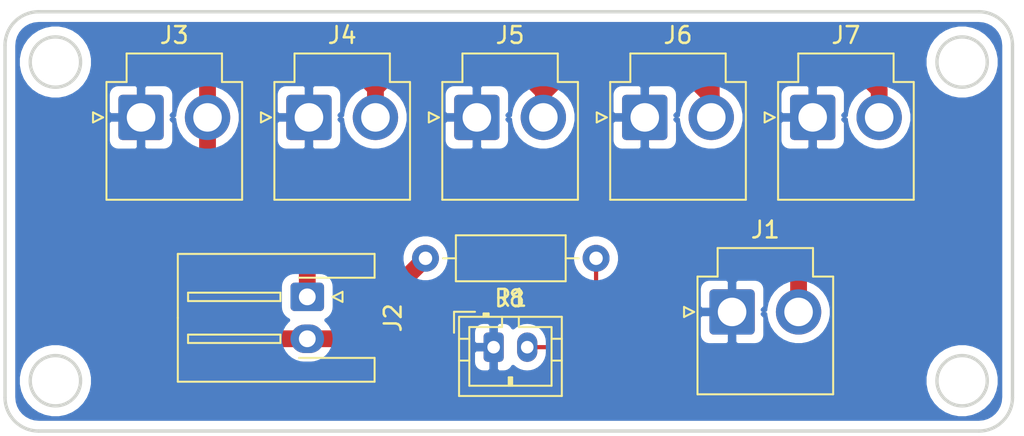
<source format=kicad_pcb>
(kicad_pcb (version 20171130) (host pcbnew "(5.1.9)-1")

  (general
    (thickness 1.6)
    (drawings 12)
    (tracks 32)
    (zones 0)
    (modules 9)
    (nets 5)
  )

  (page A4)
  (layers
    (0 F.Cu signal)
    (31 B.Cu signal)
    (32 B.Adhes user)
    (33 F.Adhes user)
    (34 B.Paste user)
    (35 F.Paste user)
    (36 B.SilkS user)
    (37 F.SilkS user)
    (38 B.Mask user)
    (39 F.Mask user)
    (40 Dwgs.User user)
    (41 Cmts.User user)
    (42 Eco1.User user)
    (43 Eco2.User user)
    (44 Edge.Cuts user)
    (45 Margin user)
    (46 B.CrtYd user)
    (47 F.CrtYd user)
    (48 B.Fab user)
    (49 F.Fab user)
  )

  (setup
    (last_trace_width 1)
    (user_trace_width 1)
    (trace_clearance 0.2)
    (zone_clearance 0.508)
    (zone_45_only no)
    (trace_min 0.2)
    (via_size 0.8)
    (via_drill 0.4)
    (via_min_size 0.4)
    (via_min_drill 0.3)
    (uvia_size 0.3)
    (uvia_drill 0.1)
    (uvias_allowed no)
    (uvia_min_size 0.2)
    (uvia_min_drill 0.1)
    (edge_width 0.05)
    (segment_width 0.2)
    (pcb_text_width 0.3)
    (pcb_text_size 1.5 1.5)
    (mod_edge_width 0.12)
    (mod_text_size 1 1)
    (mod_text_width 0.15)
    (pad_size 1.524 1.524)
    (pad_drill 0.762)
    (pad_to_mask_clearance 0)
    (aux_axis_origin 100 100)
    (grid_origin 100 100)
    (visible_elements 7FFFFFFF)
    (pcbplotparams
      (layerselection 0x010fc_ffffffff)
      (usegerberextensions true)
      (usegerberattributes false)
      (usegerberadvancedattributes true)
      (creategerberjobfile false)
      (excludeedgelayer true)
      (linewidth 0.100000)
      (plotframeref false)
      (viasonmask false)
      (mode 1)
      (useauxorigin false)
      (hpglpennumber 1)
      (hpglpenspeed 20)
      (hpglpendiameter 15.000000)
      (psnegative false)
      (psa4output false)
      (plotreference true)
      (plotvalue true)
      (plotinvisibletext false)
      (padsonsilk false)
      (subtractmaskfromsilk false)
      (outputformat 1)
      (mirror false)
      (drillshape 0)
      (scaleselection 1)
      (outputdirectory "../../../../Desktop/TWETAG-Power/"))
  )

  (net 0 "")
  (net 1 "Net-(J1-Pad1)")
  (net 2 "Net-(J1-Pad2)")
  (net 3 "Net-(J2-Pad2)")
  (net 4 "Net-(J8-Pad2)")

  (net_class Default "This is the default net class."
    (clearance 0.2)
    (trace_width 0.25)
    (via_dia 0.8)
    (via_drill 0.4)
    (uvia_dia 0.3)
    (uvia_drill 0.1)
    (add_net "Net-(J1-Pad1)")
    (add_net "Net-(J1-Pad2)")
    (add_net "Net-(J2-Pad2)")
    (add_net "Net-(J8-Pad2)")
  )

  (module Connector_JST:JST_VH_B2P-VH-B_1x02_P3.96mm_Vertical (layer F.Cu) (tedit 5D12549B) (tstamp 61FFABA2)
    (at 143.6 92.6)
    (descr "JST VH PBT series connector, B2P-VH-B (http://www.jst-mfg.com/product/pdf/eng/eVH.pdf), generated with kicad-footprint-generator")
    (tags "connector JST VH vertical")
    (path /61FF4CB1)
    (fp_text reference J1 (at 1.98 -4.9) (layer F.SilkS)
      (effects (font (size 1 1) (thickness 0.15)))
    )
    (fp_text value VCC (at 1.98 6) (layer F.Fab)
      (effects (font (size 1 1) (thickness 0.15)))
    )
    (fp_line (start -2.86 -0.3) (end -2.26 0) (layer F.SilkS) (width 0.12))
    (fp_line (start -2.86 0.3) (end -2.86 -0.3) (layer F.SilkS) (width 0.12))
    (fp_line (start -2.26 0) (end -2.86 0.3) (layer F.SilkS) (width 0.12))
    (fp_line (start 6.02 4.91) (end -2.06 4.91) (layer F.SilkS) (width 0.12))
    (fp_line (start 6.02 -2.11) (end 6.02 4.91) (layer F.SilkS) (width 0.12))
    (fp_line (start 4.82 -2.11) (end 6.02 -2.11) (layer F.SilkS) (width 0.12))
    (fp_line (start 4.82 -3.81) (end 4.82 -2.11) (layer F.SilkS) (width 0.12))
    (fp_line (start -0.86 -3.81) (end 4.82 -3.81) (layer F.SilkS) (width 0.12))
    (fp_line (start -0.86 -2.11) (end -0.86 -3.81) (layer F.SilkS) (width 0.12))
    (fp_line (start -2.06 -2.11) (end -0.86 -2.11) (layer F.SilkS) (width 0.12))
    (fp_line (start -2.06 4.91) (end -2.06 -2.11) (layer F.SilkS) (width 0.12))
    (fp_line (start 6.41 -4.2) (end -2.45 -4.2) (layer F.CrtYd) (width 0.05))
    (fp_line (start 6.41 5.3) (end 6.41 -4.2) (layer F.CrtYd) (width 0.05))
    (fp_line (start -2.45 5.3) (end 6.41 5.3) (layer F.CrtYd) (width 0.05))
    (fp_line (start -2.45 -4.2) (end -2.45 5.3) (layer F.CrtYd) (width 0.05))
    (fp_line (start -1.95 1) (end -0.95 0) (layer F.Fab) (width 0.1))
    (fp_line (start -1.95 -1) (end -0.95 0) (layer F.Fab) (width 0.1))
    (fp_line (start 4.71 -3.7) (end 4.71 -2) (layer F.Fab) (width 0.1))
    (fp_line (start -0.75 -3.7) (end 4.71 -3.7) (layer F.Fab) (width 0.1))
    (fp_line (start -0.75 -2) (end -0.75 -3.7) (layer F.Fab) (width 0.1))
    (fp_line (start 5.91 -2) (end -1.95 -2) (layer F.Fab) (width 0.1))
    (fp_line (start 5.91 4.8) (end 5.91 -2) (layer F.Fab) (width 0.1))
    (fp_line (start -1.95 4.8) (end 5.91 4.8) (layer F.Fab) (width 0.1))
    (fp_line (start -1.95 -2) (end -1.95 4.8) (layer F.Fab) (width 0.1))
    (fp_text user %R (at 1.98 4.1) (layer F.Fab)
      (effects (font (size 1 1) (thickness 0.15)))
    )
    (pad 1 thru_hole roundrect (at 0 0) (size 2.7 2.7) (drill 1.7) (layers *.Cu *.Mask) (roundrect_rratio 0.09259296296296296)
      (net 1 "Net-(J1-Pad1)"))
    (pad 2 thru_hole circle (at 3.96 0) (size 2.7 2.7) (drill 1.7) (layers *.Cu *.Mask)
      (net 2 "Net-(J1-Pad2)"))
    (model ${KISYS3DMOD}/Connector_JST.3dshapes/JST_VH_B2P-VH-B_1x02_P3.96mm_Vertical.wrl
      (at (xyz 0 0 0))
      (scale (xyz 1 1 1))
      (rotate (xyz 0 0 0))
    )
  )

  (module Connector_JST:JST_XH_S2B-XH-A-1_1x02_P2.50mm_Horizontal (layer F.Cu) (tedit 5C281476) (tstamp 61FFABCC)
    (at 118.3 91.7 270)
    (descr "JST XH series connector, S2B-XH-A-1 (http://www.jst-mfg.com/product/pdf/eng/eXH.pdf), generated with kicad-footprint-generator")
    (tags "connector JST XH horizontal")
    (path /61FF5C40)
    (fp_text reference J2 (at 1.25 -5.1 90) (layer F.SilkS)
      (effects (font (size 1 1) (thickness 0.15)))
    )
    (fp_text value SW (at 1.25 8.8 90) (layer F.Fab)
      (effects (font (size 1 1) (thickness 0.15)))
    )
    (fp_line (start 0 -0.4) (end 0.625 0.6) (layer F.Fab) (width 0.1))
    (fp_line (start -0.625 0.6) (end 0 -0.4) (layer F.Fab) (width 0.1))
    (fp_line (start 0.3 -2.1) (end 0 -1.5) (layer F.SilkS) (width 0.12))
    (fp_line (start -0.3 -2.1) (end 0.3 -2.1) (layer F.SilkS) (width 0.12))
    (fp_line (start 0 -1.5) (end -0.3 -2.1) (layer F.SilkS) (width 0.12))
    (fp_line (start 2.75 1.6) (end 2.25 1.6) (layer F.SilkS) (width 0.12))
    (fp_line (start 2.75 7.1) (end 2.75 1.6) (layer F.SilkS) (width 0.12))
    (fp_line (start 2.25 7.1) (end 2.75 7.1) (layer F.SilkS) (width 0.12))
    (fp_line (start 2.25 1.6) (end 2.25 7.1) (layer F.SilkS) (width 0.12))
    (fp_line (start 0.25 1.6) (end -0.25 1.6) (layer F.SilkS) (width 0.12))
    (fp_line (start 0.25 7.1) (end 0.25 1.6) (layer F.SilkS) (width 0.12))
    (fp_line (start -0.25 7.1) (end 0.25 7.1) (layer F.SilkS) (width 0.12))
    (fp_line (start -0.25 1.6) (end -0.25 7.1) (layer F.SilkS) (width 0.12))
    (fp_line (start 3.75 0.6) (end 1.25 0.6) (layer F.Fab) (width 0.1))
    (fp_line (start 3.75 -3.9) (end 3.75 0.6) (layer F.Fab) (width 0.1))
    (fp_line (start 4.95 -3.9) (end 3.75 -3.9) (layer F.Fab) (width 0.1))
    (fp_line (start 4.95 7.6) (end 4.95 -3.9) (layer F.Fab) (width 0.1))
    (fp_line (start 1.25 7.6) (end 4.95 7.6) (layer F.Fab) (width 0.1))
    (fp_line (start -1.25 0.6) (end 1.25 0.6) (layer F.Fab) (width 0.1))
    (fp_line (start -1.25 -3.9) (end -1.25 0.6) (layer F.Fab) (width 0.1))
    (fp_line (start -2.45 -3.9) (end -1.25 -3.9) (layer F.Fab) (width 0.1))
    (fp_line (start -2.45 7.6) (end -2.45 -3.9) (layer F.Fab) (width 0.1))
    (fp_line (start 1.25 7.6) (end -2.45 7.6) (layer F.Fab) (width 0.1))
    (fp_line (start 3.64 -4.01) (end 3.64 0.49) (layer F.SilkS) (width 0.12))
    (fp_line (start 5.06 -4.01) (end 3.64 -4.01) (layer F.SilkS) (width 0.12))
    (fp_line (start 5.06 7.71) (end 5.06 -4.01) (layer F.SilkS) (width 0.12))
    (fp_line (start 1.25 7.71) (end 5.06 7.71) (layer F.SilkS) (width 0.12))
    (fp_line (start -1.14 -4.01) (end -1.14 0.49) (layer F.SilkS) (width 0.12))
    (fp_line (start -2.56 -4.01) (end -1.14 -4.01) (layer F.SilkS) (width 0.12))
    (fp_line (start -2.56 7.71) (end -2.56 -4.01) (layer F.SilkS) (width 0.12))
    (fp_line (start 1.25 7.71) (end -2.56 7.71) (layer F.SilkS) (width 0.12))
    (fp_line (start 5.45 -4.4) (end -2.95 -4.4) (layer F.CrtYd) (width 0.05))
    (fp_line (start 5.45 8.1) (end 5.45 -4.4) (layer F.CrtYd) (width 0.05))
    (fp_line (start -2.95 8.1) (end 5.45 8.1) (layer F.CrtYd) (width 0.05))
    (fp_line (start -2.95 -4.4) (end -2.95 8.1) (layer F.CrtYd) (width 0.05))
    (fp_text user %R (at 1.25 1.85 90) (layer F.Fab)
      (effects (font (size 1 1) (thickness 0.15)))
    )
    (pad 1 thru_hole roundrect (at 0 0 270) (size 1.7 2) (drill 1) (layers *.Cu *.Mask) (roundrect_rratio 0.1470588235294118)
      (net 2 "Net-(J1-Pad2)"))
    (pad 2 thru_hole oval (at 2.5 0 270) (size 1.7 2) (drill 1) (layers *.Cu *.Mask)
      (net 3 "Net-(J2-Pad2)"))
    (model ${KISYS3DMOD}/Connector_JST.3dshapes/JST_XH_S2B-XH-A-1_1x02_P2.50mm_Horizontal.wrl
      (at (xyz 0 0 0))
      (scale (xyz 1 1 1))
      (rotate (xyz 0 0 0))
    )
  )

  (module Connector_JST:JST_VH_B2P-VH-B_1x02_P3.96mm_Vertical (layer F.Cu) (tedit 5D12549B) (tstamp 61FFABEB)
    (at 108.4 81)
    (descr "JST VH PBT series connector, B2P-VH-B (http://www.jst-mfg.com/product/pdf/eng/eVH.pdf), generated with kicad-footprint-generator")
    (tags "connector JST VH vertical")
    (path /61FF5EA2)
    (fp_text reference J3 (at 1.98 -4.9) (layer F.SilkS)
      (effects (font (size 1 1) (thickness 0.15)))
    )
    (fp_text value Port01 (at 1.98 6) (layer F.Fab)
      (effects (font (size 1 1) (thickness 0.15)))
    )
    (fp_line (start -1.95 -2) (end -1.95 4.8) (layer F.Fab) (width 0.1))
    (fp_line (start -1.95 4.8) (end 5.91 4.8) (layer F.Fab) (width 0.1))
    (fp_line (start 5.91 4.8) (end 5.91 -2) (layer F.Fab) (width 0.1))
    (fp_line (start 5.91 -2) (end -1.95 -2) (layer F.Fab) (width 0.1))
    (fp_line (start -0.75 -2) (end -0.75 -3.7) (layer F.Fab) (width 0.1))
    (fp_line (start -0.75 -3.7) (end 4.71 -3.7) (layer F.Fab) (width 0.1))
    (fp_line (start 4.71 -3.7) (end 4.71 -2) (layer F.Fab) (width 0.1))
    (fp_line (start -1.95 -1) (end -0.95 0) (layer F.Fab) (width 0.1))
    (fp_line (start -1.95 1) (end -0.95 0) (layer F.Fab) (width 0.1))
    (fp_line (start -2.45 -4.2) (end -2.45 5.3) (layer F.CrtYd) (width 0.05))
    (fp_line (start -2.45 5.3) (end 6.41 5.3) (layer F.CrtYd) (width 0.05))
    (fp_line (start 6.41 5.3) (end 6.41 -4.2) (layer F.CrtYd) (width 0.05))
    (fp_line (start 6.41 -4.2) (end -2.45 -4.2) (layer F.CrtYd) (width 0.05))
    (fp_line (start -2.06 4.91) (end -2.06 -2.11) (layer F.SilkS) (width 0.12))
    (fp_line (start -2.06 -2.11) (end -0.86 -2.11) (layer F.SilkS) (width 0.12))
    (fp_line (start -0.86 -2.11) (end -0.86 -3.81) (layer F.SilkS) (width 0.12))
    (fp_line (start -0.86 -3.81) (end 4.82 -3.81) (layer F.SilkS) (width 0.12))
    (fp_line (start 4.82 -3.81) (end 4.82 -2.11) (layer F.SilkS) (width 0.12))
    (fp_line (start 4.82 -2.11) (end 6.02 -2.11) (layer F.SilkS) (width 0.12))
    (fp_line (start 6.02 -2.11) (end 6.02 4.91) (layer F.SilkS) (width 0.12))
    (fp_line (start 6.02 4.91) (end -2.06 4.91) (layer F.SilkS) (width 0.12))
    (fp_line (start -2.26 0) (end -2.86 0.3) (layer F.SilkS) (width 0.12))
    (fp_line (start -2.86 0.3) (end -2.86 -0.3) (layer F.SilkS) (width 0.12))
    (fp_line (start -2.86 -0.3) (end -2.26 0) (layer F.SilkS) (width 0.12))
    (fp_text user %R (at 1.98 4.1) (layer F.Fab)
      (effects (font (size 1 1) (thickness 0.15)))
    )
    (pad 2 thru_hole circle (at 3.96 0) (size 2.7 2.7) (drill 1.7) (layers *.Cu *.Mask)
      (net 3 "Net-(J2-Pad2)"))
    (pad 1 thru_hole roundrect (at 0 0) (size 2.7 2.7) (drill 1.7) (layers *.Cu *.Mask) (roundrect_rratio 0.09259296296296296)
      (net 1 "Net-(J1-Pad1)"))
    (model ${KISYS3DMOD}/Connector_JST.3dshapes/JST_VH_B2P-VH-B_1x02_P3.96mm_Vertical.wrl
      (at (xyz 0 0 0))
      (scale (xyz 1 1 1))
      (rotate (xyz 0 0 0))
    )
  )

  (module Connector_JST:JST_VH_B2P-VH-B_1x02_P3.96mm_Vertical (layer F.Cu) (tedit 5D12549B) (tstamp 61FFAC0A)
    (at 118.4 81)
    (descr "JST VH PBT series connector, B2P-VH-B (http://www.jst-mfg.com/product/pdf/eng/eVH.pdf), generated with kicad-footprint-generator")
    (tags "connector JST VH vertical")
    (path /61FF62DF)
    (fp_text reference J4 (at 1.98 -4.9) (layer F.SilkS)
      (effects (font (size 1 1) (thickness 0.15)))
    )
    (fp_text value Port02 (at 1.98 6) (layer F.Fab)
      (effects (font (size 1 1) (thickness 0.15)))
    )
    (fp_line (start -2.86 -0.3) (end -2.26 0) (layer F.SilkS) (width 0.12))
    (fp_line (start -2.86 0.3) (end -2.86 -0.3) (layer F.SilkS) (width 0.12))
    (fp_line (start -2.26 0) (end -2.86 0.3) (layer F.SilkS) (width 0.12))
    (fp_line (start 6.02 4.91) (end -2.06 4.91) (layer F.SilkS) (width 0.12))
    (fp_line (start 6.02 -2.11) (end 6.02 4.91) (layer F.SilkS) (width 0.12))
    (fp_line (start 4.82 -2.11) (end 6.02 -2.11) (layer F.SilkS) (width 0.12))
    (fp_line (start 4.82 -3.81) (end 4.82 -2.11) (layer F.SilkS) (width 0.12))
    (fp_line (start -0.86 -3.81) (end 4.82 -3.81) (layer F.SilkS) (width 0.12))
    (fp_line (start -0.86 -2.11) (end -0.86 -3.81) (layer F.SilkS) (width 0.12))
    (fp_line (start -2.06 -2.11) (end -0.86 -2.11) (layer F.SilkS) (width 0.12))
    (fp_line (start -2.06 4.91) (end -2.06 -2.11) (layer F.SilkS) (width 0.12))
    (fp_line (start 6.41 -4.2) (end -2.45 -4.2) (layer F.CrtYd) (width 0.05))
    (fp_line (start 6.41 5.3) (end 6.41 -4.2) (layer F.CrtYd) (width 0.05))
    (fp_line (start -2.45 5.3) (end 6.41 5.3) (layer F.CrtYd) (width 0.05))
    (fp_line (start -2.45 -4.2) (end -2.45 5.3) (layer F.CrtYd) (width 0.05))
    (fp_line (start -1.95 1) (end -0.95 0) (layer F.Fab) (width 0.1))
    (fp_line (start -1.95 -1) (end -0.95 0) (layer F.Fab) (width 0.1))
    (fp_line (start 4.71 -3.7) (end 4.71 -2) (layer F.Fab) (width 0.1))
    (fp_line (start -0.75 -3.7) (end 4.71 -3.7) (layer F.Fab) (width 0.1))
    (fp_line (start -0.75 -2) (end -0.75 -3.7) (layer F.Fab) (width 0.1))
    (fp_line (start 5.91 -2) (end -1.95 -2) (layer F.Fab) (width 0.1))
    (fp_line (start 5.91 4.8) (end 5.91 -2) (layer F.Fab) (width 0.1))
    (fp_line (start -1.95 4.8) (end 5.91 4.8) (layer F.Fab) (width 0.1))
    (fp_line (start -1.95 -2) (end -1.95 4.8) (layer F.Fab) (width 0.1))
    (fp_text user %R (at 1.98 4.1) (layer F.Fab)
      (effects (font (size 1 1) (thickness 0.15)))
    )
    (pad 1 thru_hole roundrect (at 0 0) (size 2.7 2.7) (drill 1.7) (layers *.Cu *.Mask) (roundrect_rratio 0.09259296296296296)
      (net 1 "Net-(J1-Pad1)"))
    (pad 2 thru_hole circle (at 3.96 0) (size 2.7 2.7) (drill 1.7) (layers *.Cu *.Mask)
      (net 3 "Net-(J2-Pad2)"))
    (model ${KISYS3DMOD}/Connector_JST.3dshapes/JST_VH_B2P-VH-B_1x02_P3.96mm_Vertical.wrl
      (at (xyz 0 0 0))
      (scale (xyz 1 1 1))
      (rotate (xyz 0 0 0))
    )
  )

  (module Connector_JST:JST_VH_B2P-VH-B_1x02_P3.96mm_Vertical (layer F.Cu) (tedit 5D12549B) (tstamp 61FFAC29)
    (at 128.4 81)
    (descr "JST VH PBT series connector, B2P-VH-B (http://www.jst-mfg.com/product/pdf/eng/eVH.pdf), generated with kicad-footprint-generator")
    (tags "connector JST VH vertical")
    (path /61FF677D)
    (fp_text reference J5 (at 1.98 -4.9) (layer F.SilkS)
      (effects (font (size 1 1) (thickness 0.15)))
    )
    (fp_text value Port03 (at 1.98 6) (layer F.Fab)
      (effects (font (size 1 1) (thickness 0.15)))
    )
    (fp_line (start -1.95 -2) (end -1.95 4.8) (layer F.Fab) (width 0.1))
    (fp_line (start -1.95 4.8) (end 5.91 4.8) (layer F.Fab) (width 0.1))
    (fp_line (start 5.91 4.8) (end 5.91 -2) (layer F.Fab) (width 0.1))
    (fp_line (start 5.91 -2) (end -1.95 -2) (layer F.Fab) (width 0.1))
    (fp_line (start -0.75 -2) (end -0.75 -3.7) (layer F.Fab) (width 0.1))
    (fp_line (start -0.75 -3.7) (end 4.71 -3.7) (layer F.Fab) (width 0.1))
    (fp_line (start 4.71 -3.7) (end 4.71 -2) (layer F.Fab) (width 0.1))
    (fp_line (start -1.95 -1) (end -0.95 0) (layer F.Fab) (width 0.1))
    (fp_line (start -1.95 1) (end -0.95 0) (layer F.Fab) (width 0.1))
    (fp_line (start -2.45 -4.2) (end -2.45 5.3) (layer F.CrtYd) (width 0.05))
    (fp_line (start -2.45 5.3) (end 6.41 5.3) (layer F.CrtYd) (width 0.05))
    (fp_line (start 6.41 5.3) (end 6.41 -4.2) (layer F.CrtYd) (width 0.05))
    (fp_line (start 6.41 -4.2) (end -2.45 -4.2) (layer F.CrtYd) (width 0.05))
    (fp_line (start -2.06 4.91) (end -2.06 -2.11) (layer F.SilkS) (width 0.12))
    (fp_line (start -2.06 -2.11) (end -0.86 -2.11) (layer F.SilkS) (width 0.12))
    (fp_line (start -0.86 -2.11) (end -0.86 -3.81) (layer F.SilkS) (width 0.12))
    (fp_line (start -0.86 -3.81) (end 4.82 -3.81) (layer F.SilkS) (width 0.12))
    (fp_line (start 4.82 -3.81) (end 4.82 -2.11) (layer F.SilkS) (width 0.12))
    (fp_line (start 4.82 -2.11) (end 6.02 -2.11) (layer F.SilkS) (width 0.12))
    (fp_line (start 6.02 -2.11) (end 6.02 4.91) (layer F.SilkS) (width 0.12))
    (fp_line (start 6.02 4.91) (end -2.06 4.91) (layer F.SilkS) (width 0.12))
    (fp_line (start -2.26 0) (end -2.86 0.3) (layer F.SilkS) (width 0.12))
    (fp_line (start -2.86 0.3) (end -2.86 -0.3) (layer F.SilkS) (width 0.12))
    (fp_line (start -2.86 -0.3) (end -2.26 0) (layer F.SilkS) (width 0.12))
    (fp_text user %R (at 1.98 4.1) (layer F.Fab)
      (effects (font (size 1 1) (thickness 0.15)))
    )
    (pad 2 thru_hole circle (at 3.96 0) (size 2.7 2.7) (drill 1.7) (layers *.Cu *.Mask)
      (net 3 "Net-(J2-Pad2)"))
    (pad 1 thru_hole roundrect (at 0 0) (size 2.7 2.7) (drill 1.7) (layers *.Cu *.Mask) (roundrect_rratio 0.09259296296296296)
      (net 1 "Net-(J1-Pad1)"))
    (model ${KISYS3DMOD}/Connector_JST.3dshapes/JST_VH_B2P-VH-B_1x02_P3.96mm_Vertical.wrl
      (at (xyz 0 0 0))
      (scale (xyz 1 1 1))
      (rotate (xyz 0 0 0))
    )
  )

  (module Connector_JST:JST_VH_B2P-VH-B_1x02_P3.96mm_Vertical (layer F.Cu) (tedit 5D12549B) (tstamp 61FFAC48)
    (at 138.4 81)
    (descr "JST VH PBT series connector, B2P-VH-B (http://www.jst-mfg.com/product/pdf/eng/eVH.pdf), generated with kicad-footprint-generator")
    (tags "connector JST VH vertical")
    (path /61FF6C50)
    (fp_text reference J6 (at 1.98 -4.9) (layer F.SilkS)
      (effects (font (size 1 1) (thickness 0.15)))
    )
    (fp_text value Port04 (at 1.98 6) (layer F.Fab)
      (effects (font (size 1 1) (thickness 0.15)))
    )
    (fp_line (start -2.86 -0.3) (end -2.26 0) (layer F.SilkS) (width 0.12))
    (fp_line (start -2.86 0.3) (end -2.86 -0.3) (layer F.SilkS) (width 0.12))
    (fp_line (start -2.26 0) (end -2.86 0.3) (layer F.SilkS) (width 0.12))
    (fp_line (start 6.02 4.91) (end -2.06 4.91) (layer F.SilkS) (width 0.12))
    (fp_line (start 6.02 -2.11) (end 6.02 4.91) (layer F.SilkS) (width 0.12))
    (fp_line (start 4.82 -2.11) (end 6.02 -2.11) (layer F.SilkS) (width 0.12))
    (fp_line (start 4.82 -3.81) (end 4.82 -2.11) (layer F.SilkS) (width 0.12))
    (fp_line (start -0.86 -3.81) (end 4.82 -3.81) (layer F.SilkS) (width 0.12))
    (fp_line (start -0.86 -2.11) (end -0.86 -3.81) (layer F.SilkS) (width 0.12))
    (fp_line (start -2.06 -2.11) (end -0.86 -2.11) (layer F.SilkS) (width 0.12))
    (fp_line (start -2.06 4.91) (end -2.06 -2.11) (layer F.SilkS) (width 0.12))
    (fp_line (start 6.41 -4.2) (end -2.45 -4.2) (layer F.CrtYd) (width 0.05))
    (fp_line (start 6.41 5.3) (end 6.41 -4.2) (layer F.CrtYd) (width 0.05))
    (fp_line (start -2.45 5.3) (end 6.41 5.3) (layer F.CrtYd) (width 0.05))
    (fp_line (start -2.45 -4.2) (end -2.45 5.3) (layer F.CrtYd) (width 0.05))
    (fp_line (start -1.95 1) (end -0.95 0) (layer F.Fab) (width 0.1))
    (fp_line (start -1.95 -1) (end -0.95 0) (layer F.Fab) (width 0.1))
    (fp_line (start 4.71 -3.7) (end 4.71 -2) (layer F.Fab) (width 0.1))
    (fp_line (start -0.75 -3.7) (end 4.71 -3.7) (layer F.Fab) (width 0.1))
    (fp_line (start -0.75 -2) (end -0.75 -3.7) (layer F.Fab) (width 0.1))
    (fp_line (start 5.91 -2) (end -1.95 -2) (layer F.Fab) (width 0.1))
    (fp_line (start 5.91 4.8) (end 5.91 -2) (layer F.Fab) (width 0.1))
    (fp_line (start -1.95 4.8) (end 5.91 4.8) (layer F.Fab) (width 0.1))
    (fp_line (start -1.95 -2) (end -1.95 4.8) (layer F.Fab) (width 0.1))
    (fp_text user %R (at 1.98 4.1) (layer F.Fab)
      (effects (font (size 1 1) (thickness 0.15)))
    )
    (pad 1 thru_hole roundrect (at 0 0) (size 2.7 2.7) (drill 1.7) (layers *.Cu *.Mask) (roundrect_rratio 0.09259296296296296)
      (net 1 "Net-(J1-Pad1)"))
    (pad 2 thru_hole circle (at 3.96 0) (size 2.7 2.7) (drill 1.7) (layers *.Cu *.Mask)
      (net 3 "Net-(J2-Pad2)"))
    (model ${KISYS3DMOD}/Connector_JST.3dshapes/JST_VH_B2P-VH-B_1x02_P3.96mm_Vertical.wrl
      (at (xyz 0 0 0))
      (scale (xyz 1 1 1))
      (rotate (xyz 0 0 0))
    )
  )

  (module Connector_JST:JST_VH_B2P-VH-B_1x02_P3.96mm_Vertical (layer F.Cu) (tedit 5D12549B) (tstamp 61FFAC67)
    (at 148.4 81)
    (descr "JST VH PBT series connector, B2P-VH-B (http://www.jst-mfg.com/product/pdf/eng/eVH.pdf), generated with kicad-footprint-generator")
    (tags "connector JST VH vertical")
    (path /61FFDBEE)
    (fp_text reference J7 (at 1.98 -4.9) (layer F.SilkS)
      (effects (font (size 1 1) (thickness 0.15)))
    )
    (fp_text value Port05 (at 1.98 6) (layer F.Fab)
      (effects (font (size 1 1) (thickness 0.15)))
    )
    (fp_line (start -1.95 -2) (end -1.95 4.8) (layer F.Fab) (width 0.1))
    (fp_line (start -1.95 4.8) (end 5.91 4.8) (layer F.Fab) (width 0.1))
    (fp_line (start 5.91 4.8) (end 5.91 -2) (layer F.Fab) (width 0.1))
    (fp_line (start 5.91 -2) (end -1.95 -2) (layer F.Fab) (width 0.1))
    (fp_line (start -0.75 -2) (end -0.75 -3.7) (layer F.Fab) (width 0.1))
    (fp_line (start -0.75 -3.7) (end 4.71 -3.7) (layer F.Fab) (width 0.1))
    (fp_line (start 4.71 -3.7) (end 4.71 -2) (layer F.Fab) (width 0.1))
    (fp_line (start -1.95 -1) (end -0.95 0) (layer F.Fab) (width 0.1))
    (fp_line (start -1.95 1) (end -0.95 0) (layer F.Fab) (width 0.1))
    (fp_line (start -2.45 -4.2) (end -2.45 5.3) (layer F.CrtYd) (width 0.05))
    (fp_line (start -2.45 5.3) (end 6.41 5.3) (layer F.CrtYd) (width 0.05))
    (fp_line (start 6.41 5.3) (end 6.41 -4.2) (layer F.CrtYd) (width 0.05))
    (fp_line (start 6.41 -4.2) (end -2.45 -4.2) (layer F.CrtYd) (width 0.05))
    (fp_line (start -2.06 4.91) (end -2.06 -2.11) (layer F.SilkS) (width 0.12))
    (fp_line (start -2.06 -2.11) (end -0.86 -2.11) (layer F.SilkS) (width 0.12))
    (fp_line (start -0.86 -2.11) (end -0.86 -3.81) (layer F.SilkS) (width 0.12))
    (fp_line (start -0.86 -3.81) (end 4.82 -3.81) (layer F.SilkS) (width 0.12))
    (fp_line (start 4.82 -3.81) (end 4.82 -2.11) (layer F.SilkS) (width 0.12))
    (fp_line (start 4.82 -2.11) (end 6.02 -2.11) (layer F.SilkS) (width 0.12))
    (fp_line (start 6.02 -2.11) (end 6.02 4.91) (layer F.SilkS) (width 0.12))
    (fp_line (start 6.02 4.91) (end -2.06 4.91) (layer F.SilkS) (width 0.12))
    (fp_line (start -2.26 0) (end -2.86 0.3) (layer F.SilkS) (width 0.12))
    (fp_line (start -2.86 0.3) (end -2.86 -0.3) (layer F.SilkS) (width 0.12))
    (fp_line (start -2.86 -0.3) (end -2.26 0) (layer F.SilkS) (width 0.12))
    (fp_text user %R (at 1.98 4.1) (layer F.Fab)
      (effects (font (size 1 1) (thickness 0.15)))
    )
    (pad 2 thru_hole circle (at 3.96 0) (size 2.7 2.7) (drill 1.7) (layers *.Cu *.Mask)
      (net 3 "Net-(J2-Pad2)"))
    (pad 1 thru_hole roundrect (at 0 0) (size 2.7 2.7) (drill 1.7) (layers *.Cu *.Mask) (roundrect_rratio 0.09259296296296296)
      (net 1 "Net-(J1-Pad1)"))
    (model ${KISYS3DMOD}/Connector_JST.3dshapes/JST_VH_B2P-VH-B_1x02_P3.96mm_Vertical.wrl
      (at (xyz 0 0 0))
      (scale (xyz 1 1 1))
      (rotate (xyz 0 0 0))
    )
  )

  (module Connector_JST:JST_PH_B2B-PH-K_1x02_P2.00mm_Vertical (layer F.Cu) (tedit 5B7745C2) (tstamp 61FFAC91)
    (at 129.4 94.7)
    (descr "JST PH series connector, B2B-PH-K (http://www.jst-mfg.com/product/pdf/eng/ePH.pdf), generated with kicad-footprint-generator")
    (tags "connector JST PH side entry")
    (path /62010740)
    (fp_text reference J8 (at 1 -2.9) (layer F.SilkS)
      (effects (font (size 1 1) (thickness 0.15)))
    )
    (fp_text value LED (at 1 4) (layer F.Fab)
      (effects (font (size 1 1) (thickness 0.15)))
    )
    (fp_line (start 4.45 -2.2) (end -2.45 -2.2) (layer F.CrtYd) (width 0.05))
    (fp_line (start 4.45 3.3) (end 4.45 -2.2) (layer F.CrtYd) (width 0.05))
    (fp_line (start -2.45 3.3) (end 4.45 3.3) (layer F.CrtYd) (width 0.05))
    (fp_line (start -2.45 -2.2) (end -2.45 3.3) (layer F.CrtYd) (width 0.05))
    (fp_line (start 3.95 -1.7) (end -1.95 -1.7) (layer F.Fab) (width 0.1))
    (fp_line (start 3.95 2.8) (end 3.95 -1.7) (layer F.Fab) (width 0.1))
    (fp_line (start -1.95 2.8) (end 3.95 2.8) (layer F.Fab) (width 0.1))
    (fp_line (start -1.95 -1.7) (end -1.95 2.8) (layer F.Fab) (width 0.1))
    (fp_line (start -2.36 -2.11) (end -2.36 -0.86) (layer F.Fab) (width 0.1))
    (fp_line (start -1.11 -2.11) (end -2.36 -2.11) (layer F.Fab) (width 0.1))
    (fp_line (start -2.36 -2.11) (end -2.36 -0.86) (layer F.SilkS) (width 0.12))
    (fp_line (start -1.11 -2.11) (end -2.36 -2.11) (layer F.SilkS) (width 0.12))
    (fp_line (start 1 2.3) (end 1 1.8) (layer F.SilkS) (width 0.12))
    (fp_line (start 1.1 1.8) (end 1.1 2.3) (layer F.SilkS) (width 0.12))
    (fp_line (start 0.9 1.8) (end 1.1 1.8) (layer F.SilkS) (width 0.12))
    (fp_line (start 0.9 2.3) (end 0.9 1.8) (layer F.SilkS) (width 0.12))
    (fp_line (start 4.06 0.8) (end 3.45 0.8) (layer F.SilkS) (width 0.12))
    (fp_line (start 4.06 -0.5) (end 3.45 -0.5) (layer F.SilkS) (width 0.12))
    (fp_line (start -2.06 0.8) (end -1.45 0.8) (layer F.SilkS) (width 0.12))
    (fp_line (start -2.06 -0.5) (end -1.45 -0.5) (layer F.SilkS) (width 0.12))
    (fp_line (start 1.5 -1.2) (end 1.5 -1.81) (layer F.SilkS) (width 0.12))
    (fp_line (start 3.45 -1.2) (end 1.5 -1.2) (layer F.SilkS) (width 0.12))
    (fp_line (start 3.45 2.3) (end 3.45 -1.2) (layer F.SilkS) (width 0.12))
    (fp_line (start -1.45 2.3) (end 3.45 2.3) (layer F.SilkS) (width 0.12))
    (fp_line (start -1.45 -1.2) (end -1.45 2.3) (layer F.SilkS) (width 0.12))
    (fp_line (start 0.5 -1.2) (end -1.45 -1.2) (layer F.SilkS) (width 0.12))
    (fp_line (start 0.5 -1.81) (end 0.5 -1.2) (layer F.SilkS) (width 0.12))
    (fp_line (start -0.3 -1.91) (end -0.6 -1.91) (layer F.SilkS) (width 0.12))
    (fp_line (start -0.6 -2.01) (end -0.6 -1.81) (layer F.SilkS) (width 0.12))
    (fp_line (start -0.3 -2.01) (end -0.6 -2.01) (layer F.SilkS) (width 0.12))
    (fp_line (start -0.3 -1.81) (end -0.3 -2.01) (layer F.SilkS) (width 0.12))
    (fp_line (start 4.06 -1.81) (end -2.06 -1.81) (layer F.SilkS) (width 0.12))
    (fp_line (start 4.06 2.91) (end 4.06 -1.81) (layer F.SilkS) (width 0.12))
    (fp_line (start -2.06 2.91) (end 4.06 2.91) (layer F.SilkS) (width 0.12))
    (fp_line (start -2.06 -1.81) (end -2.06 2.91) (layer F.SilkS) (width 0.12))
    (fp_text user %R (at 1 1.5) (layer F.Fab)
      (effects (font (size 1 1) (thickness 0.15)))
    )
    (pad 1 thru_hole roundrect (at 0 0) (size 1.2 1.75) (drill 0.75) (layers *.Cu *.Mask) (roundrect_rratio 0.2083325)
      (net 1 "Net-(J1-Pad1)"))
    (pad 2 thru_hole oval (at 2 0) (size 1.2 1.75) (drill 0.75) (layers *.Cu *.Mask)
      (net 4 "Net-(J8-Pad2)"))
    (model ${KISYS3DMOD}/Connector_JST.3dshapes/JST_PH_B2B-PH-K_1x02_P2.00mm_Vertical.wrl
      (at (xyz 0 0 0))
      (scale (xyz 1 1 1))
      (rotate (xyz 0 0 0))
    )
  )

  (module Resistor_THT:R_Axial_DIN0207_L6.3mm_D2.5mm_P10.16mm_Horizontal (layer F.Cu) (tedit 5AE5139B) (tstamp 61FFACA8)
    (at 135.5 89.4 180)
    (descr "Resistor, Axial_DIN0207 series, Axial, Horizontal, pin pitch=10.16mm, 0.25W = 1/4W, length*diameter=6.3*2.5mm^2, http://cdn-reichelt.de/documents/datenblatt/B400/1_4W%23YAG.pdf")
    (tags "Resistor Axial_DIN0207 series Axial Horizontal pin pitch 10.16mm 0.25W = 1/4W length 6.3mm diameter 2.5mm")
    (path /62008421)
    (fp_text reference R1 (at 5.08 -2.37) (layer F.SilkS)
      (effects (font (size 1 1) (thickness 0.15)))
    )
    (fp_text value R (at 5.08 2.37) (layer F.Fab)
      (effects (font (size 1 1) (thickness 0.15)))
    )
    (fp_line (start 11.21 -1.5) (end -1.05 -1.5) (layer F.CrtYd) (width 0.05))
    (fp_line (start 11.21 1.5) (end 11.21 -1.5) (layer F.CrtYd) (width 0.05))
    (fp_line (start -1.05 1.5) (end 11.21 1.5) (layer F.CrtYd) (width 0.05))
    (fp_line (start -1.05 -1.5) (end -1.05 1.5) (layer F.CrtYd) (width 0.05))
    (fp_line (start 9.12 0) (end 8.35 0) (layer F.SilkS) (width 0.12))
    (fp_line (start 1.04 0) (end 1.81 0) (layer F.SilkS) (width 0.12))
    (fp_line (start 8.35 -1.37) (end 1.81 -1.37) (layer F.SilkS) (width 0.12))
    (fp_line (start 8.35 1.37) (end 8.35 -1.37) (layer F.SilkS) (width 0.12))
    (fp_line (start 1.81 1.37) (end 8.35 1.37) (layer F.SilkS) (width 0.12))
    (fp_line (start 1.81 -1.37) (end 1.81 1.37) (layer F.SilkS) (width 0.12))
    (fp_line (start 10.16 0) (end 8.23 0) (layer F.Fab) (width 0.1))
    (fp_line (start 0 0) (end 1.93 0) (layer F.Fab) (width 0.1))
    (fp_line (start 8.23 -1.25) (end 1.93 -1.25) (layer F.Fab) (width 0.1))
    (fp_line (start 8.23 1.25) (end 8.23 -1.25) (layer F.Fab) (width 0.1))
    (fp_line (start 1.93 1.25) (end 8.23 1.25) (layer F.Fab) (width 0.1))
    (fp_line (start 1.93 -1.25) (end 1.93 1.25) (layer F.Fab) (width 0.1))
    (fp_text user %R (at 5.08 0) (layer F.Fab)
      (effects (font (size 1 1) (thickness 0.15)))
    )
    (pad 1 thru_hole circle (at 0 0 180) (size 1.6 1.6) (drill 0.8) (layers *.Cu *.Mask)
      (net 4 "Net-(J8-Pad2)"))
    (pad 2 thru_hole oval (at 10.16 0 180) (size 1.6 1.6) (drill 0.8) (layers *.Cu *.Mask)
      (net 3 "Net-(J2-Pad2)"))
    (model ${KISYS3DMOD}/Resistor_THT.3dshapes/R_Axial_DIN0207_L6.3mm_D2.5mm_P10.16mm_Horizontal.wrl
      (at (xyz 0 0 0))
      (scale (xyz 1 1 1))
      (rotate (xyz 0 0 0))
    )
  )

  (gr_line (start 158.3 74.7) (end 102.3 74.7) (layer Edge.Cuts) (width 0.2))
  (gr_circle (center 157.3 77.7) (end 158.799999 77.7) (layer Edge.Cuts) (width 0.2))
  (gr_circle (center 157.3 96.7) (end 158.799999 96.7) (layer Edge.Cuts) (width 0.2))
  (gr_line (start 100.3 76.7) (end 100.3 97.7) (layer Edge.Cuts) (width 0.2))
  (gr_line (start 102.3 99.7) (end 158.3 99.7) (layer Edge.Cuts) (width 0.2))
  (gr_line (start 160.3 97.7) (end 160.3 76.7) (layer Edge.Cuts) (width 0.2))
  (gr_circle (center 103.3 96.7) (end 104.800001 96.7) (layer Edge.Cuts) (width 0.2))
  (gr_circle (center 103.3 77.7) (end 104.800001 77.7) (layer Edge.Cuts) (width 0.2))
  (gr_arc (start 158.3 97.7) (end 158.3 99.7) (angle -90) (layer Edge.Cuts) (width 0.2))
  (gr_arc (start 158.3 76.7) (end 160.299999 76.7) (angle -90) (layer Edge.Cuts) (width 0.2))
  (gr_arc (start 102.3 76.7) (end 102.3 74.7) (angle -90) (layer Edge.Cuts) (width 0.2))
  (gr_arc (start 102.3 97.7) (end 100.3 97.7) (angle -90) (layer Edge.Cuts) (width 0.2))

  (segment (start 118.3 91.7) (end 118.3 89.7) (width 1) (layer F.Cu) (net 2))
  (segment (start 118.3 89.7) (end 122.4 85.6) (width 1) (layer F.Cu) (net 2))
  (segment (start 122.4 85.6) (end 145.3 85.6) (width 1) (layer F.Cu) (net 2))
  (segment (start 147.56 87.86) (end 147.56 92.6) (width 1) (layer F.Cu) (net 2))
  (segment (start 145.3 85.6) (end 147.56 87.86) (width 1) (layer F.Cu) (net 2))
  (segment (start 112.36 81) (end 112.36 78.24) (width 1) (layer F.Cu) (net 3))
  (segment (start 112.36 78.24) (end 113.2 77.4) (width 1) (layer F.Cu) (net 3))
  (segment (start 113.2 77.4) (end 120.5 77.4) (width 1) (layer F.Cu) (net 3))
  (segment (start 120.5 77.4) (end 122.36 79.26) (width 1) (layer F.Cu) (net 3))
  (segment (start 122.36 81) (end 122.36 79.26) (width 1) (layer F.Cu) (net 3))
  (segment (start 132.36 79.46) (end 132.36 81) (width 1) (layer F.Cu) (net 3))
  (segment (start 130.5 77.6) (end 132.36 79.46) (width 1) (layer F.Cu) (net 3))
  (segment (start 124.02 77.6) (end 130.5 77.6) (width 1) (layer F.Cu) (net 3))
  (segment (start 122.36 79.26) (end 124.02 77.6) (width 1) (layer F.Cu) (net 3))
  (segment (start 132.36 79.46) (end 132.44 79.46) (width 1) (layer F.Cu) (net 3))
  (segment (start 132.44 79.46) (end 134.2 77.7) (width 1) (layer F.Cu) (net 3))
  (segment (start 134.2 77.7) (end 140.3 77.7) (width 1) (layer F.Cu) (net 3))
  (segment (start 142.36 79.76) (end 142.36 81) (width 1) (layer F.Cu) (net 3))
  (segment (start 140.3 77.7) (end 142.36 79.76) (width 1) (layer F.Cu) (net 3))
  (segment (start 150.8 77.8) (end 152.36 79.36) (width 1) (layer F.Cu) (net 3))
  (segment (start 143.3 77.8) (end 150.8 77.8) (width 1) (layer F.Cu) (net 3))
  (segment (start 152.36 79.36) (end 152.36 81) (width 1) (layer F.Cu) (net 3))
  (segment (start 142.36 78.74) (end 143.3 77.8) (width 1) (layer F.Cu) (net 3))
  (segment (start 142.36 81) (end 142.36 78.74) (width 1) (layer F.Cu) (net 3))
  (segment (start 112.36 81) (end 112.36 91.56) (width 1) (layer F.Cu) (net 3))
  (segment (start 115 94.2) (end 118.3 94.2) (width 1) (layer F.Cu) (net 3))
  (segment (start 112.36 91.56) (end 115 94.2) (width 1) (layer F.Cu) (net 3))
  (segment (start 120.54 94.2) (end 125.34 89.4) (width 1) (layer F.Cu) (net 3))
  (segment (start 118.3 94.2) (end 120.54 94.2) (width 1) (layer F.Cu) (net 3))
  (segment (start 135.5 89.4) (end 135.5 92.4) (width 0.25) (layer F.Cu) (net 4))
  (segment (start 133.2 94.7) (end 131.4 94.7) (width 0.25) (layer F.Cu) (net 4))
  (segment (start 135.5 92.4) (end 133.2 94.7) (width 0.25) (layer F.Cu) (net 4))

  (zone (net 1) (net_name "Net-(J1-Pad1)") (layer B.Cu) (tstamp 61FFE9EE) (hatch edge 0.508)
    (connect_pads (clearance 0.508))
    (min_thickness 0.254)
    (fill yes (arc_segments 32) (thermal_gap 0.508) (thermal_bridge_width 0.508))
    (polygon
      (pts
        (xy 161 100) (xy 100 100) (xy 100 74) (xy 161 74)
      )
    )
    (filled_polygon
      (pts
        (xy 158.545021 75.46255) (xy 158.780713 75.53371) (xy 158.998088 75.64929) (xy 159.188878 75.804894) (xy 159.345807 75.994589)
        (xy 159.462908 76.211162) (xy 159.535709 76.446343) (xy 159.565001 76.725044) (xy 159.565 97.664053) (xy 159.537451 97.945021)
        (xy 159.466291 98.180712) (xy 159.350711 98.398088) (xy 159.195104 98.588879) (xy 159.005408 98.745811) (xy 158.788843 98.862906)
        (xy 158.553656 98.935709) (xy 158.274972 98.965) (xy 102.335947 98.965) (xy 102.054979 98.937451) (xy 101.819288 98.866291)
        (xy 101.601912 98.750711) (xy 101.411121 98.595104) (xy 101.254189 98.405408) (xy 101.137094 98.188843) (xy 101.064291 97.953656)
        (xy 101.035 97.674972) (xy 101.035 96.478971) (xy 101.055857 96.478971) (xy 101.055857 96.921029) (xy 101.142099 97.354592)
        (xy 101.311267 97.763) (xy 101.556861 98.130557) (xy 101.869443 98.443139) (xy 102.237 98.688733) (xy 102.645408 98.857901)
        (xy 103.078971 98.944143) (xy 103.521029 98.944143) (xy 103.954592 98.857901) (xy 104.363 98.688733) (xy 104.730557 98.443139)
        (xy 105.043139 98.130557) (xy 105.288733 97.763) (xy 105.457901 97.354592) (xy 105.544143 96.921029) (xy 105.544143 96.478971)
        (xy 155.055859 96.478971) (xy 155.055859 96.921029) (xy 155.1421 97.354592) (xy 155.311268 97.762999) (xy 155.556862 98.130556)
        (xy 155.869444 98.443138) (xy 156.237001 98.688732) (xy 156.645408 98.8579) (xy 157.078971 98.944141) (xy 157.521029 98.944141)
        (xy 157.954592 98.8579) (xy 158.362999 98.688732) (xy 158.730556 98.443138) (xy 159.043138 98.130556) (xy 159.288732 97.762999)
        (xy 159.4579 97.354592) (xy 159.544141 96.921029) (xy 159.544141 96.478971) (xy 159.4579 96.045408) (xy 159.288732 95.637001)
        (xy 159.043138 95.269444) (xy 158.730556 94.956862) (xy 158.362999 94.711268) (xy 157.954592 94.5421) (xy 157.521029 94.455859)
        (xy 157.078971 94.455859) (xy 156.645408 94.5421) (xy 156.237001 94.711268) (xy 155.869444 94.956862) (xy 155.556862 95.269444)
        (xy 155.311268 95.637001) (xy 155.1421 96.045408) (xy 155.055859 96.478971) (xy 105.544143 96.478971) (xy 105.457901 96.045408)
        (xy 105.288733 95.637) (xy 105.043139 95.269443) (xy 104.730557 94.956861) (xy 104.363 94.711267) (xy 103.954592 94.542099)
        (xy 103.521029 94.455857) (xy 103.078971 94.455857) (xy 102.645408 94.542099) (xy 102.237 94.711267) (xy 101.869443 94.956861)
        (xy 101.556861 95.269443) (xy 101.311267 95.637) (xy 101.142099 96.045408) (xy 101.055857 96.478971) (xy 101.035 96.478971)
        (xy 101.035 94.2) (xy 116.657815 94.2) (xy 116.686487 94.491111) (xy 116.771401 94.771034) (xy 116.909294 95.029014)
        (xy 117.094866 95.255134) (xy 117.320986 95.440706) (xy 117.578966 95.578599) (xy 117.858889 95.663513) (xy 118.07705 95.685)
        (xy 118.52295 95.685) (xy 118.741111 95.663513) (xy 119.021034 95.578599) (xy 119.027767 95.575) (xy 128.161928 95.575)
        (xy 128.174188 95.699482) (xy 128.210498 95.81918) (xy 128.269463 95.929494) (xy 128.348815 96.026185) (xy 128.445506 96.105537)
        (xy 128.55582 96.164502) (xy 128.675518 96.200812) (xy 128.8 96.213072) (xy 129.11425 96.21) (xy 129.273 96.05125)
        (xy 129.273 94.827) (xy 128.32375 94.827) (xy 128.165 94.98575) (xy 128.161928 95.575) (xy 119.027767 95.575)
        (xy 119.279014 95.440706) (xy 119.505134 95.255134) (xy 119.690706 95.029014) (xy 119.828599 94.771034) (xy 119.913513 94.491111)
        (xy 119.942185 94.2) (xy 119.913513 93.908889) (xy 119.888066 93.825) (xy 128.161928 93.825) (xy 128.165 94.41425)
        (xy 128.32375 94.573) (xy 129.273 94.573) (xy 129.273 93.34875) (xy 129.527 93.34875) (xy 129.527 94.573)
        (xy 129.547 94.573) (xy 129.547 94.827) (xy 129.527 94.827) (xy 129.527 96.05125) (xy 129.68575 96.21)
        (xy 130 96.213072) (xy 130.124482 96.200812) (xy 130.24418 96.164502) (xy 130.354494 96.105537) (xy 130.451185 96.026185)
        (xy 130.530537 95.929494) (xy 130.556692 95.880563) (xy 130.710552 96.006833) (xy 130.9251 96.121511) (xy 131.157899 96.19213)
        (xy 131.4 96.215975) (xy 131.642102 96.19213) (xy 131.874901 96.121511) (xy 132.089449 96.006833) (xy 132.277502 95.852502)
        (xy 132.431833 95.664449) (xy 132.546511 95.4499) (xy 132.61713 95.217101) (xy 132.635 95.035664) (xy 132.635 94.364335)
        (xy 132.61713 94.182898) (xy 132.546511 93.950099) (xy 132.546459 93.95) (xy 141.611928 93.95) (xy 141.624188 94.074482)
        (xy 141.660498 94.19418) (xy 141.719463 94.304494) (xy 141.798815 94.401185) (xy 141.895506 94.480537) (xy 142.00582 94.539502)
        (xy 142.125518 94.575812) (xy 142.25 94.588072) (xy 143.31425 94.585) (xy 143.473 94.42625) (xy 143.473 92.727)
        (xy 141.77375 92.727) (xy 141.615 92.88575) (xy 141.611928 93.95) (xy 132.546459 93.95) (xy 132.431833 93.735551)
        (xy 132.277502 93.547498) (xy 132.089448 93.393167) (xy 131.8749 93.278489) (xy 131.642101 93.20787) (xy 131.4 93.184025)
        (xy 131.157898 93.20787) (xy 130.925099 93.278489) (xy 130.710551 93.393167) (xy 130.556691 93.519436) (xy 130.530537 93.470506)
        (xy 130.451185 93.373815) (xy 130.354494 93.294463) (xy 130.24418 93.235498) (xy 130.124482 93.199188) (xy 130 93.186928)
        (xy 129.68575 93.19) (xy 129.527 93.34875) (xy 129.273 93.34875) (xy 129.11425 93.19) (xy 128.8 93.186928)
        (xy 128.675518 93.199188) (xy 128.55582 93.235498) (xy 128.445506 93.294463) (xy 128.348815 93.373815) (xy 128.269463 93.470506)
        (xy 128.210498 93.58082) (xy 128.174188 93.700518) (xy 128.161928 93.825) (xy 119.888066 93.825) (xy 119.828599 93.628966)
        (xy 119.690706 93.370986) (xy 119.505134 93.144866) (xy 119.441663 93.092777) (xy 119.543386 93.038405) (xy 119.677962 92.927962)
        (xy 119.788405 92.793386) (xy 119.870472 92.63985) (xy 119.921008 92.473254) (xy 119.938072 92.3) (xy 119.938072 91.25)
        (xy 141.611928 91.25) (xy 141.615 92.31425) (xy 141.77375 92.473) (xy 143.473 92.473) (xy 143.473 90.77375)
        (xy 143.727 90.77375) (xy 143.727 92.473) (xy 143.747 92.473) (xy 143.747 92.727) (xy 143.727 92.727)
        (xy 143.727 94.42625) (xy 143.88575 94.585) (xy 144.95 94.588072) (xy 145.074482 94.575812) (xy 145.19418 94.539502)
        (xy 145.304494 94.480537) (xy 145.401185 94.401185) (xy 145.480537 94.304494) (xy 145.539502 94.19418) (xy 145.575812 94.074482)
        (xy 145.588072 93.95) (xy 145.585 92.88575) (xy 145.426252 92.727002) (xy 145.575 92.727002) (xy 145.575 92.795505)
        (xy 145.651282 93.179003) (xy 145.800915 93.54025) (xy 146.018149 93.865364) (xy 146.294636 94.141851) (xy 146.61975 94.359085)
        (xy 146.980997 94.508718) (xy 147.364495 94.585) (xy 147.755505 94.585) (xy 148.139003 94.508718) (xy 148.50025 94.359085)
        (xy 148.825364 94.141851) (xy 149.101851 93.865364) (xy 149.319085 93.54025) (xy 149.468718 93.179003) (xy 149.545 92.795505)
        (xy 149.545 92.404495) (xy 149.468718 92.020997) (xy 149.319085 91.65975) (xy 149.101851 91.334636) (xy 148.825364 91.058149)
        (xy 148.50025 90.840915) (xy 148.139003 90.691282) (xy 147.755505 90.615) (xy 147.364495 90.615) (xy 146.980997 90.691282)
        (xy 146.61975 90.840915) (xy 146.294636 91.058149) (xy 146.018149 91.334636) (xy 145.800915 91.65975) (xy 145.651282 92.020997)
        (xy 145.575 92.404495) (xy 145.575 92.472998) (xy 145.426252 92.472998) (xy 145.585 92.31425) (xy 145.588072 91.25)
        (xy 145.575812 91.125518) (xy 145.539502 91.00582) (xy 145.480537 90.895506) (xy 145.401185 90.798815) (xy 145.304494 90.719463)
        (xy 145.19418 90.660498) (xy 145.074482 90.624188) (xy 144.95 90.611928) (xy 143.88575 90.615) (xy 143.727 90.77375)
        (xy 143.473 90.77375) (xy 143.31425 90.615) (xy 142.25 90.611928) (xy 142.125518 90.624188) (xy 142.00582 90.660498)
        (xy 141.895506 90.719463) (xy 141.798815 90.798815) (xy 141.719463 90.895506) (xy 141.660498 91.00582) (xy 141.624188 91.125518)
        (xy 141.611928 91.25) (xy 119.938072 91.25) (xy 119.938072 91.1) (xy 119.921008 90.926746) (xy 119.870472 90.76015)
        (xy 119.788405 90.606614) (xy 119.677962 90.472038) (xy 119.543386 90.361595) (xy 119.38985 90.279528) (xy 119.223254 90.228992)
        (xy 119.05 90.211928) (xy 117.55 90.211928) (xy 117.376746 90.228992) (xy 117.21015 90.279528) (xy 117.056614 90.361595)
        (xy 116.922038 90.472038) (xy 116.811595 90.606614) (xy 116.729528 90.76015) (xy 116.678992 90.926746) (xy 116.661928 91.1)
        (xy 116.661928 92.3) (xy 116.678992 92.473254) (xy 116.729528 92.63985) (xy 116.811595 92.793386) (xy 116.922038 92.927962)
        (xy 117.056614 93.038405) (xy 117.158337 93.092777) (xy 117.094866 93.144866) (xy 116.909294 93.370986) (xy 116.771401 93.628966)
        (xy 116.686487 93.908889) (xy 116.657815 94.2) (xy 101.035 94.2) (xy 101.035 89.258665) (xy 123.905 89.258665)
        (xy 123.905 89.541335) (xy 123.960147 89.818574) (xy 124.06832 90.079727) (xy 124.225363 90.314759) (xy 124.425241 90.514637)
        (xy 124.660273 90.67168) (xy 124.921426 90.779853) (xy 125.198665 90.835) (xy 125.481335 90.835) (xy 125.758574 90.779853)
        (xy 126.019727 90.67168) (xy 126.254759 90.514637) (xy 126.454637 90.314759) (xy 126.61168 90.079727) (xy 126.719853 89.818574)
        (xy 126.775 89.541335) (xy 126.775 89.258665) (xy 134.065 89.258665) (xy 134.065 89.541335) (xy 134.120147 89.818574)
        (xy 134.22832 90.079727) (xy 134.385363 90.314759) (xy 134.585241 90.514637) (xy 134.820273 90.67168) (xy 135.081426 90.779853)
        (xy 135.358665 90.835) (xy 135.641335 90.835) (xy 135.918574 90.779853) (xy 136.179727 90.67168) (xy 136.414759 90.514637)
        (xy 136.614637 90.314759) (xy 136.77168 90.079727) (xy 136.879853 89.818574) (xy 136.935 89.541335) (xy 136.935 89.258665)
        (xy 136.879853 88.981426) (xy 136.77168 88.720273) (xy 136.614637 88.485241) (xy 136.414759 88.285363) (xy 136.179727 88.12832)
        (xy 135.918574 88.020147) (xy 135.641335 87.965) (xy 135.358665 87.965) (xy 135.081426 88.020147) (xy 134.820273 88.12832)
        (xy 134.585241 88.285363) (xy 134.385363 88.485241) (xy 134.22832 88.720273) (xy 134.120147 88.981426) (xy 134.065 89.258665)
        (xy 126.775 89.258665) (xy 126.719853 88.981426) (xy 126.61168 88.720273) (xy 126.454637 88.485241) (xy 126.254759 88.285363)
        (xy 126.019727 88.12832) (xy 125.758574 88.020147) (xy 125.481335 87.965) (xy 125.198665 87.965) (xy 124.921426 88.020147)
        (xy 124.660273 88.12832) (xy 124.425241 88.285363) (xy 124.225363 88.485241) (xy 124.06832 88.720273) (xy 123.960147 88.981426)
        (xy 123.905 89.258665) (xy 101.035 89.258665) (xy 101.035 82.35) (xy 106.411928 82.35) (xy 106.424188 82.474482)
        (xy 106.460498 82.59418) (xy 106.519463 82.704494) (xy 106.598815 82.801185) (xy 106.695506 82.880537) (xy 106.80582 82.939502)
        (xy 106.925518 82.975812) (xy 107.05 82.988072) (xy 108.11425 82.985) (xy 108.273 82.82625) (xy 108.273 81.127)
        (xy 106.57375 81.127) (xy 106.415 81.28575) (xy 106.411928 82.35) (xy 101.035 82.35) (xy 101.035 77.478971)
        (xy 101.055857 77.478971) (xy 101.055857 77.921029) (xy 101.142099 78.354592) (xy 101.311267 78.763) (xy 101.556861 79.130557)
        (xy 101.869443 79.443139) (xy 102.237 79.688733) (xy 102.645408 79.857901) (xy 103.078971 79.944143) (xy 103.521029 79.944143)
        (xy 103.954592 79.857901) (xy 104.363 79.688733) (xy 104.420967 79.65) (xy 106.411928 79.65) (xy 106.415 80.71425)
        (xy 106.57375 80.873) (xy 108.273 80.873) (xy 108.273 79.17375) (xy 108.527 79.17375) (xy 108.527 80.873)
        (xy 108.547 80.873) (xy 108.547 81.127) (xy 108.527 81.127) (xy 108.527 82.82625) (xy 108.68575 82.985)
        (xy 109.75 82.988072) (xy 109.874482 82.975812) (xy 109.99418 82.939502) (xy 110.104494 82.880537) (xy 110.201185 82.801185)
        (xy 110.280537 82.704494) (xy 110.339502 82.59418) (xy 110.375812 82.474482) (xy 110.388072 82.35) (xy 110.385 81.28575)
        (xy 110.226252 81.127002) (xy 110.375 81.127002) (xy 110.375 81.195505) (xy 110.451282 81.579003) (xy 110.600915 81.94025)
        (xy 110.818149 82.265364) (xy 111.094636 82.541851) (xy 111.41975 82.759085) (xy 111.780997 82.908718) (xy 112.164495 82.985)
        (xy 112.555505 82.985) (xy 112.939003 82.908718) (xy 113.30025 82.759085) (xy 113.625364 82.541851) (xy 113.817215 82.35)
        (xy 116.411928 82.35) (xy 116.424188 82.474482) (xy 116.460498 82.59418) (xy 116.519463 82.704494) (xy 116.598815 82.801185)
        (xy 116.695506 82.880537) (xy 116.80582 82.939502) (xy 116.925518 82.975812) (xy 117.05 82.988072) (xy 118.11425 82.985)
        (xy 118.273 82.82625) (xy 118.273 81.127) (xy 116.57375 81.127) (xy 116.415 81.28575) (xy 116.411928 82.35)
        (xy 113.817215 82.35) (xy 113.901851 82.265364) (xy 114.119085 81.94025) (xy 114.268718 81.579003) (xy 114.345 81.195505)
        (xy 114.345 80.804495) (xy 114.268718 80.420997) (xy 114.119085 80.05975) (xy 113.901851 79.734636) (xy 113.817215 79.65)
        (xy 116.411928 79.65) (xy 116.415 80.71425) (xy 116.57375 80.873) (xy 118.273 80.873) (xy 118.273 79.17375)
        (xy 118.527 79.17375) (xy 118.527 80.873) (xy 118.547 80.873) (xy 118.547 81.127) (xy 118.527 81.127)
        (xy 118.527 82.82625) (xy 118.68575 82.985) (xy 119.75 82.988072) (xy 119.874482 82.975812) (xy 119.99418 82.939502)
        (xy 120.104494 82.880537) (xy 120.201185 82.801185) (xy 120.280537 82.704494) (xy 120.339502 82.59418) (xy 120.375812 82.474482)
        (xy 120.388072 82.35) (xy 120.385 81.28575) (xy 120.226252 81.127002) (xy 120.375 81.127002) (xy 120.375 81.195505)
        (xy 120.451282 81.579003) (xy 120.600915 81.94025) (xy 120.818149 82.265364) (xy 121.094636 82.541851) (xy 121.41975 82.759085)
        (xy 121.780997 82.908718) (xy 122.164495 82.985) (xy 122.555505 82.985) (xy 122.939003 82.908718) (xy 123.30025 82.759085)
        (xy 123.625364 82.541851) (xy 123.817215 82.35) (xy 126.411928 82.35) (xy 126.424188 82.474482) (xy 126.460498 82.59418)
        (xy 126.519463 82.704494) (xy 126.598815 82.801185) (xy 126.695506 82.880537) (xy 126.80582 82.939502) (xy 126.925518 82.975812)
        (xy 127.05 82.988072) (xy 128.11425 82.985) (xy 128.273 82.82625) (xy 128.273 81.127) (xy 126.57375 81.127)
        (xy 126.415 81.28575) (xy 126.411928 82.35) (xy 123.817215 82.35) (xy 123.901851 82.265364) (xy 124.119085 81.94025)
        (xy 124.268718 81.579003) (xy 124.345 81.195505) (xy 124.345 80.804495) (xy 124.268718 80.420997) (xy 124.119085 80.05975)
        (xy 123.901851 79.734636) (xy 123.817215 79.65) (xy 126.411928 79.65) (xy 126.415 80.71425) (xy 126.57375 80.873)
        (xy 128.273 80.873) (xy 128.273 79.17375) (xy 128.527 79.17375) (xy 128.527 80.873) (xy 128.547 80.873)
        (xy 128.547 81.127) (xy 128.527 81.127) (xy 128.527 82.82625) (xy 128.68575 82.985) (xy 129.75 82.988072)
        (xy 129.874482 82.975812) (xy 129.99418 82.939502) (xy 130.104494 82.880537) (xy 130.201185 82.801185) (xy 130.280537 82.704494)
        (xy 130.339502 82.59418) (xy 130.375812 82.474482) (xy 130.388072 82.35) (xy 130.385 81.28575) (xy 130.226252 81.127002)
        (xy 130.375 81.127002) (xy 130.375 81.195505) (xy 130.451282 81.579003) (xy 130.600915 81.94025) (xy 130.818149 82.265364)
        (xy 131.094636 82.541851) (xy 131.41975 82.759085) (xy 131.780997 82.908718) (xy 132.164495 82.985) (xy 132.555505 82.985)
        (xy 132.939003 82.908718) (xy 133.30025 82.759085) (xy 133.625364 82.541851) (xy 133.817215 82.35) (xy 136.411928 82.35)
        (xy 136.424188 82.474482) (xy 136.460498 82.59418) (xy 136.519463 82.704494) (xy 136.598815 82.801185) (xy 136.695506 82.880537)
        (xy 136.80582 82.939502) (xy 136.925518 82.975812) (xy 137.05 82.988072) (xy 138.11425 82.985) (xy 138.273 82.82625)
        (xy 138.273 81.127) (xy 136.57375 81.127) (xy 136.415 81.28575) (xy 136.411928 82.35) (xy 133.817215 82.35)
        (xy 133.901851 82.265364) (xy 134.119085 81.94025) (xy 134.268718 81.579003) (xy 134.345 81.195505) (xy 134.345 80.804495)
        (xy 134.268718 80.420997) (xy 134.119085 80.05975) (xy 133.901851 79.734636) (xy 133.817215 79.65) (xy 136.411928 79.65)
        (xy 136.415 80.71425) (xy 136.57375 80.873) (xy 138.273 80.873) (xy 138.273 79.17375) (xy 138.527 79.17375)
        (xy 138.527 80.873) (xy 138.547 80.873) (xy 138.547 81.127) (xy 138.527 81.127) (xy 138.527 82.82625)
        (xy 138.68575 82.985) (xy 139.75 82.988072) (xy 139.874482 82.975812) (xy 139.99418 82.939502) (xy 140.104494 82.880537)
        (xy 140.201185 82.801185) (xy 140.280537 82.704494) (xy 140.339502 82.59418) (xy 140.375812 82.474482) (xy 140.388072 82.35)
        (xy 140.385 81.28575) (xy 140.226252 81.127002) (xy 140.375 81.127002) (xy 140.375 81.195505) (xy 140.451282 81.579003)
        (xy 140.600915 81.94025) (xy 140.818149 82.265364) (xy 141.094636 82.541851) (xy 141.41975 82.759085) (xy 141.780997 82.908718)
        (xy 142.164495 82.985) (xy 142.555505 82.985) (xy 142.939003 82.908718) (xy 143.30025 82.759085) (xy 143.625364 82.541851)
        (xy 143.817215 82.35) (xy 146.411928 82.35) (xy 146.424188 82.474482) (xy 146.460498 82.59418) (xy 146.519463 82.704494)
        (xy 146.598815 82.801185) (xy 146.695506 82.880537) (xy 146.80582 82.939502) (xy 146.925518 82.975812) (xy 147.05 82.988072)
        (xy 148.11425 82.985) (xy 148.273 82.82625) (xy 148.273 81.127) (xy 146.57375 81.127) (xy 146.415 81.28575)
        (xy 146.411928 82.35) (xy 143.817215 82.35) (xy 143.901851 82.265364) (xy 144.119085 81.94025) (xy 144.268718 81.579003)
        (xy 144.345 81.195505) (xy 144.345 80.804495) (xy 144.268718 80.420997) (xy 144.119085 80.05975) (xy 143.901851 79.734636)
        (xy 143.817215 79.65) (xy 146.411928 79.65) (xy 146.415 80.71425) (xy 146.57375 80.873) (xy 148.273 80.873)
        (xy 148.273 79.17375) (xy 148.527 79.17375) (xy 148.527 80.873) (xy 148.547 80.873) (xy 148.547 81.127)
        (xy 148.527 81.127) (xy 148.527 82.82625) (xy 148.68575 82.985) (xy 149.75 82.988072) (xy 149.874482 82.975812)
        (xy 149.99418 82.939502) (xy 150.104494 82.880537) (xy 150.201185 82.801185) (xy 150.280537 82.704494) (xy 150.339502 82.59418)
        (xy 150.375812 82.474482) (xy 150.388072 82.35) (xy 150.385 81.28575) (xy 150.226252 81.127002) (xy 150.375 81.127002)
        (xy 150.375 81.195505) (xy 150.451282 81.579003) (xy 150.600915 81.94025) (xy 150.818149 82.265364) (xy 151.094636 82.541851)
        (xy 151.41975 82.759085) (xy 151.780997 82.908718) (xy 152.164495 82.985) (xy 152.555505 82.985) (xy 152.939003 82.908718)
        (xy 153.30025 82.759085) (xy 153.625364 82.541851) (xy 153.901851 82.265364) (xy 154.119085 81.94025) (xy 154.268718 81.579003)
        (xy 154.345 81.195505) (xy 154.345 80.804495) (xy 154.268718 80.420997) (xy 154.119085 80.05975) (xy 153.901851 79.734636)
        (xy 153.625364 79.458149) (xy 153.30025 79.240915) (xy 152.939003 79.091282) (xy 152.555505 79.015) (xy 152.164495 79.015)
        (xy 151.780997 79.091282) (xy 151.41975 79.240915) (xy 151.094636 79.458149) (xy 150.818149 79.734636) (xy 150.600915 80.05975)
        (xy 150.451282 80.420997) (xy 150.375 80.804495) (xy 150.375 80.872998) (xy 150.226252 80.872998) (xy 150.385 80.71425)
        (xy 150.388072 79.65) (xy 150.375812 79.525518) (xy 150.339502 79.40582) (xy 150.280537 79.295506) (xy 150.201185 79.198815)
        (xy 150.104494 79.119463) (xy 149.99418 79.060498) (xy 149.874482 79.024188) (xy 149.75 79.011928) (xy 148.68575 79.015)
        (xy 148.527 79.17375) (xy 148.273 79.17375) (xy 148.11425 79.015) (xy 147.05 79.011928) (xy 146.925518 79.024188)
        (xy 146.80582 79.060498) (xy 146.695506 79.119463) (xy 146.598815 79.198815) (xy 146.519463 79.295506) (xy 146.460498 79.40582)
        (xy 146.424188 79.525518) (xy 146.411928 79.65) (xy 143.817215 79.65) (xy 143.625364 79.458149) (xy 143.30025 79.240915)
        (xy 142.939003 79.091282) (xy 142.555505 79.015) (xy 142.164495 79.015) (xy 141.780997 79.091282) (xy 141.41975 79.240915)
        (xy 141.094636 79.458149) (xy 140.818149 79.734636) (xy 140.600915 80.05975) (xy 140.451282 80.420997) (xy 140.375 80.804495)
        (xy 140.375 80.872998) (xy 140.226252 80.872998) (xy 140.385 80.71425) (xy 140.388072 79.65) (xy 140.375812 79.525518)
        (xy 140.339502 79.40582) (xy 140.280537 79.295506) (xy 140.201185 79.198815) (xy 140.104494 79.119463) (xy 139.99418 79.060498)
        (xy 139.874482 79.024188) (xy 139.75 79.011928) (xy 138.68575 79.015) (xy 138.527 79.17375) (xy 138.273 79.17375)
        (xy 138.11425 79.015) (xy 137.05 79.011928) (xy 136.925518 79.024188) (xy 136.80582 79.060498) (xy 136.695506 79.119463)
        (xy 136.598815 79.198815) (xy 136.519463 79.295506) (xy 136.460498 79.40582) (xy 136.424188 79.525518) (xy 136.411928 79.65)
        (xy 133.817215 79.65) (xy 133.625364 79.458149) (xy 133.30025 79.240915) (xy 132.939003 79.091282) (xy 132.555505 79.015)
        (xy 132.164495 79.015) (xy 131.780997 79.091282) (xy 131.41975 79.240915) (xy 131.094636 79.458149) (xy 130.818149 79.734636)
        (xy 130.600915 80.05975) (xy 130.451282 80.420997) (xy 130.375 80.804495) (xy 130.375 80.872998) (xy 130.226252 80.872998)
        (xy 130.385 80.71425) (xy 130.388072 79.65) (xy 130.375812 79.525518) (xy 130.339502 79.40582) (xy 130.280537 79.295506)
        (xy 130.201185 79.198815) (xy 130.104494 79.119463) (xy 129.99418 79.060498) (xy 129.874482 79.024188) (xy 129.75 79.011928)
        (xy 128.68575 79.015) (xy 128.527 79.17375) (xy 128.273 79.17375) (xy 128.11425 79.015) (xy 127.05 79.011928)
        (xy 126.925518 79.024188) (xy 126.80582 79.060498) (xy 126.695506 79.119463) (xy 126.598815 79.198815) (xy 126.519463 79.295506)
        (xy 126.460498 79.40582) (xy 126.424188 79.525518) (xy 126.411928 79.65) (xy 123.817215 79.65) (xy 123.625364 79.458149)
        (xy 123.30025 79.240915) (xy 122.939003 79.091282) (xy 122.555505 79.015) (xy 122.164495 79.015) (xy 121.780997 79.091282)
        (xy 121.41975 79.240915) (xy 121.094636 79.458149) (xy 120.818149 79.734636) (xy 120.600915 80.05975) (xy 120.451282 80.420997)
        (xy 120.375 80.804495) (xy 120.375 80.872998) (xy 120.226252 80.872998) (xy 120.385 80.71425) (xy 120.388072 79.65)
        (xy 120.375812 79.525518) (xy 120.339502 79.40582) (xy 120.280537 79.295506) (xy 120.201185 79.198815) (xy 120.104494 79.119463)
        (xy 119.99418 79.060498) (xy 119.874482 79.024188) (xy 119.75 79.011928) (xy 118.68575 79.015) (xy 118.527 79.17375)
        (xy 118.273 79.17375) (xy 118.11425 79.015) (xy 117.05 79.011928) (xy 116.925518 79.024188) (xy 116.80582 79.060498)
        (xy 116.695506 79.119463) (xy 116.598815 79.198815) (xy 116.519463 79.295506) (xy 116.460498 79.40582) (xy 116.424188 79.525518)
        (xy 116.411928 79.65) (xy 113.817215 79.65) (xy 113.625364 79.458149) (xy 113.30025 79.240915) (xy 112.939003 79.091282)
        (xy 112.555505 79.015) (xy 112.164495 79.015) (xy 111.780997 79.091282) (xy 111.41975 79.240915) (xy 111.094636 79.458149)
        (xy 110.818149 79.734636) (xy 110.600915 80.05975) (xy 110.451282 80.420997) (xy 110.375 80.804495) (xy 110.375 80.872998)
        (xy 110.226252 80.872998) (xy 110.385 80.71425) (xy 110.388072 79.65) (xy 110.375812 79.525518) (xy 110.339502 79.40582)
        (xy 110.280537 79.295506) (xy 110.201185 79.198815) (xy 110.104494 79.119463) (xy 109.99418 79.060498) (xy 109.874482 79.024188)
        (xy 109.75 79.011928) (xy 108.68575 79.015) (xy 108.527 79.17375) (xy 108.273 79.17375) (xy 108.11425 79.015)
        (xy 107.05 79.011928) (xy 106.925518 79.024188) (xy 106.80582 79.060498) (xy 106.695506 79.119463) (xy 106.598815 79.198815)
        (xy 106.519463 79.295506) (xy 106.460498 79.40582) (xy 106.424188 79.525518) (xy 106.411928 79.65) (xy 104.420967 79.65)
        (xy 104.730557 79.443139) (xy 105.043139 79.130557) (xy 105.288733 78.763) (xy 105.457901 78.354592) (xy 105.544143 77.921029)
        (xy 105.544143 77.478971) (xy 155.055859 77.478971) (xy 155.055859 77.921029) (xy 155.1421 78.354592) (xy 155.311268 78.762999)
        (xy 155.556862 79.130556) (xy 155.869444 79.443138) (xy 156.237001 79.688732) (xy 156.645408 79.8579) (xy 157.078971 79.944141)
        (xy 157.521029 79.944141) (xy 157.954592 79.8579) (xy 158.362999 79.688732) (xy 158.730556 79.443138) (xy 159.043138 79.130556)
        (xy 159.288732 78.762999) (xy 159.4579 78.354592) (xy 159.544141 77.921029) (xy 159.544141 77.478971) (xy 159.4579 77.045408)
        (xy 159.288732 76.637001) (xy 159.043138 76.269444) (xy 158.730556 75.956862) (xy 158.362999 75.711268) (xy 157.954592 75.5421)
        (xy 157.521029 75.455859) (xy 157.078971 75.455859) (xy 156.645408 75.5421) (xy 156.237001 75.711268) (xy 155.869444 75.956862)
        (xy 155.556862 76.269444) (xy 155.311268 76.637001) (xy 155.1421 77.045408) (xy 155.055859 77.478971) (xy 105.544143 77.478971)
        (xy 105.457901 77.045408) (xy 105.288733 76.637) (xy 105.043139 76.269443) (xy 104.730557 75.956861) (xy 104.363 75.711267)
        (xy 103.954592 75.542099) (xy 103.521029 75.455857) (xy 103.078971 75.455857) (xy 102.645408 75.542099) (xy 102.237 75.711267)
        (xy 101.869443 75.956861) (xy 101.556861 76.269443) (xy 101.311267 76.637) (xy 101.142099 77.045408) (xy 101.055857 77.478971)
        (xy 101.035 77.478971) (xy 101.035 76.735947) (xy 101.062549 76.454979) (xy 101.133708 76.219288) (xy 101.249291 76.001911)
        (xy 101.404895 75.811121) (xy 101.594593 75.654189) (xy 101.811157 75.537094) (xy 102.046344 75.464291) (xy 102.325028 75.435)
        (xy 158.264043 75.435)
      )
    )
  )
)

</source>
